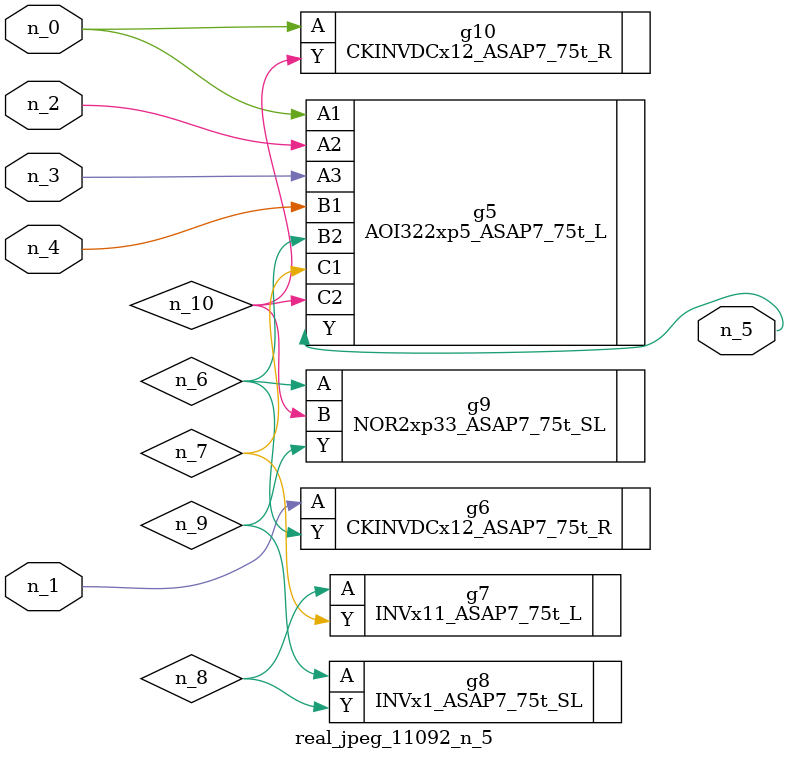
<source format=v>
module real_jpeg_11092_n_5 (n_4, n_0, n_1, n_2, n_3, n_5);

input n_4;
input n_0;
input n_1;
input n_2;
input n_3;

output n_5;

wire n_8;
wire n_6;
wire n_7;
wire n_10;
wire n_9;

AOI322xp5_ASAP7_75t_L g5 ( 
.A1(n_0),
.A2(n_2),
.A3(n_3),
.B1(n_4),
.B2(n_6),
.C1(n_7),
.C2(n_10),
.Y(n_5)
);

CKINVDCx12_ASAP7_75t_R g10 ( 
.A(n_0),
.Y(n_10)
);

CKINVDCx12_ASAP7_75t_R g6 ( 
.A(n_1),
.Y(n_6)
);

NOR2xp33_ASAP7_75t_SL g9 ( 
.A(n_6),
.B(n_10),
.Y(n_9)
);

INVx11_ASAP7_75t_L g7 ( 
.A(n_8),
.Y(n_7)
);

INVx1_ASAP7_75t_SL g8 ( 
.A(n_9),
.Y(n_8)
);


endmodule
</source>
